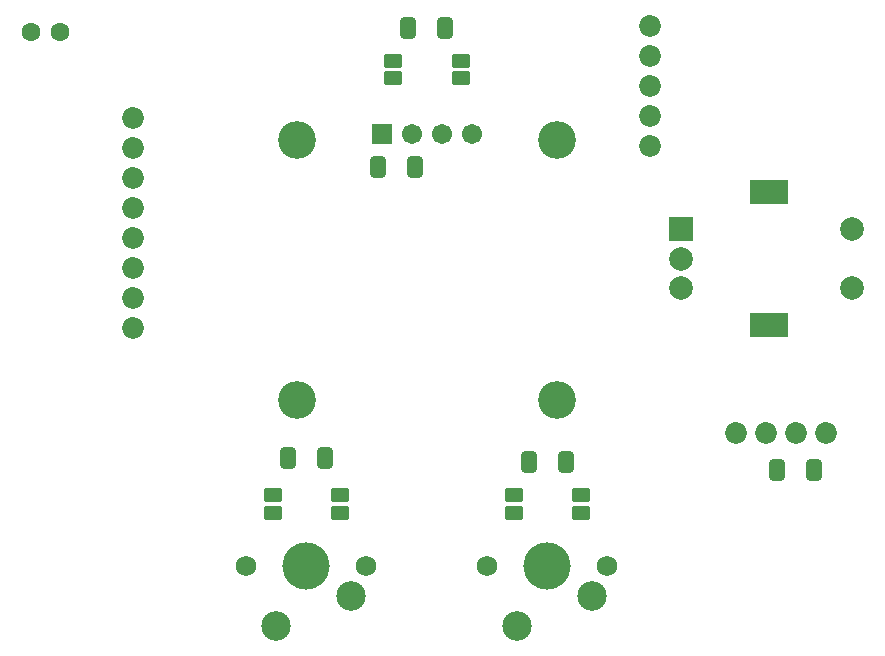
<source format=gbs>
G04 #@! TF.GenerationSoftware,KiCad,Pcbnew,9.0.5*
G04 #@! TF.CreationDate,2025-10-24T02:47:50+02:00*
G04 #@! TF.ProjectId,ESPHomeModule,45535048-6f6d-4654-9d6f-64756c652e6b,V1.0*
G04 #@! TF.SameCoordinates,Original*
G04 #@! TF.FileFunction,Soldermask,Bot*
G04 #@! TF.FilePolarity,Negative*
%FSLAX46Y46*%
G04 Gerber Fmt 4.6, Leading zero omitted, Abs format (unit mm)*
G04 Created by KiCad (PCBNEW 9.0.5) date 2025-10-24 02:47:50*
%MOMM*%
%LPD*%
G01*
G04 APERTURE LIST*
G04 Aperture macros list*
%AMRoundRect*
0 Rectangle with rounded corners*
0 $1 Rounding radius*
0 $2 $3 $4 $5 $6 $7 $8 $9 X,Y pos of 4 corners*
0 Add a 4 corners polygon primitive as box body*
4,1,4,$2,$3,$4,$5,$6,$7,$8,$9,$2,$3,0*
0 Add four circle primitives for the rounded corners*
1,1,$1+$1,$2,$3*
1,1,$1+$1,$4,$5*
1,1,$1+$1,$6,$7*
1,1,$1+$1,$8,$9*
0 Add four rect primitives between the rounded corners*
20,1,$1+$1,$2,$3,$4,$5,0*
20,1,$1+$1,$4,$5,$6,$7,0*
20,1,$1+$1,$6,$7,$8,$9,0*
20,1,$1+$1,$8,$9,$2,$3,0*%
G04 Aperture macros list end*
%ADD10C,1.600000*%
%ADD11C,1.850000*%
%ADD12R,2.000000X2.000000*%
%ADD13C,2.000000*%
%ADD14R,3.200000X2.000000*%
%ADD15RoundRect,0.102000X-0.754000X-0.754000X0.754000X-0.754000X0.754000X0.754000X-0.754000X0.754000X0*%
%ADD16C,1.712000*%
%ADD17C,3.204000*%
%ADD18C,2.500000*%
%ADD19C,4.000000*%
%ADD20C,1.750000*%
%ADD21RoundRect,0.102000X0.649995X0.450000X-0.649995X0.450000X-0.649995X-0.450000X0.649995X-0.450000X0*%
%ADD22RoundRect,0.102000X0.649999X0.449999X-0.649999X0.449999X-0.649999X-0.449999X0.649999X-0.449999X0*%
%ADD23RoundRect,0.102000X-0.649995X-0.450000X0.649995X-0.450000X0.649995X0.450000X-0.649995X0.450000X0*%
%ADD24RoundRect,0.102000X-0.649999X-0.449999X0.649999X-0.449999X0.649999X0.449999X-0.649999X0.449999X0*%
%ADD25RoundRect,0.250000X0.412500X0.650000X-0.412500X0.650000X-0.412500X-0.650000X0.412500X-0.650000X0*%
%ADD26RoundRect,0.250000X-0.412500X-0.650000X0.412500X-0.650000X0.412500X0.650000X-0.412500X0.650000X0*%
G04 APERTURE END LIST*
D10*
X118442000Y-57834000D03*
X115942000Y-57834000D03*
D11*
X124600000Y-82900000D03*
X124600000Y-80360000D03*
X124600000Y-77820000D03*
X124600000Y-75280000D03*
X124600000Y-72740000D03*
X124600000Y-70200000D03*
X124600000Y-67660000D03*
X124600000Y-65120000D03*
D12*
X171000000Y-74500000D03*
D13*
X171000000Y-79500000D03*
X171000000Y-77000000D03*
D14*
X178500000Y-71400000D03*
X178500000Y-82600000D03*
D13*
X185500000Y-79500000D03*
X185500000Y-74500000D03*
D15*
X145690000Y-66500000D03*
D16*
X148230000Y-66500000D03*
X150770000Y-66500000D03*
X153310000Y-66500000D03*
D17*
X138500000Y-67000000D03*
X160500000Y-67000000D03*
X160500000Y-89000000D03*
X138500000Y-89000000D03*
D18*
X143110000Y-105540000D03*
X136760000Y-108080000D03*
D19*
X139300000Y-103000000D03*
D20*
X144380000Y-103000000D03*
X134220000Y-103000000D03*
D18*
X163510000Y-105540000D03*
X157160000Y-108080000D03*
D19*
X159700000Y-103000000D03*
D20*
X164780000Y-103000000D03*
X154620000Y-103000000D03*
D11*
X168350000Y-57320000D03*
X168350000Y-59860000D03*
X168350000Y-62400000D03*
X168350000Y-64940000D03*
X168350000Y-67480000D03*
X183320000Y-91800000D03*
X180780000Y-91800000D03*
X178240000Y-91800000D03*
X175700000Y-91800000D03*
D21*
X146650005Y-60250000D03*
D22*
X146650001Y-61749999D03*
X152349999Y-61749999D03*
X152349999Y-60250001D03*
D23*
X142149995Y-98550000D03*
D24*
X142149999Y-97050001D03*
X136450001Y-97050001D03*
X136450001Y-98549999D03*
D25*
X140862500Y-93900000D03*
X137737500Y-93900000D03*
X161262500Y-94200000D03*
X158137500Y-94200000D03*
X182254500Y-94918000D03*
X179129500Y-94918000D03*
D23*
X162549995Y-98550000D03*
D24*
X162549999Y-97050001D03*
X156850001Y-97050001D03*
X156850001Y-98549999D03*
D25*
X148472500Y-69264000D03*
X145347500Y-69264000D03*
D26*
X147937500Y-57500000D03*
X151062500Y-57500000D03*
M02*

</source>
